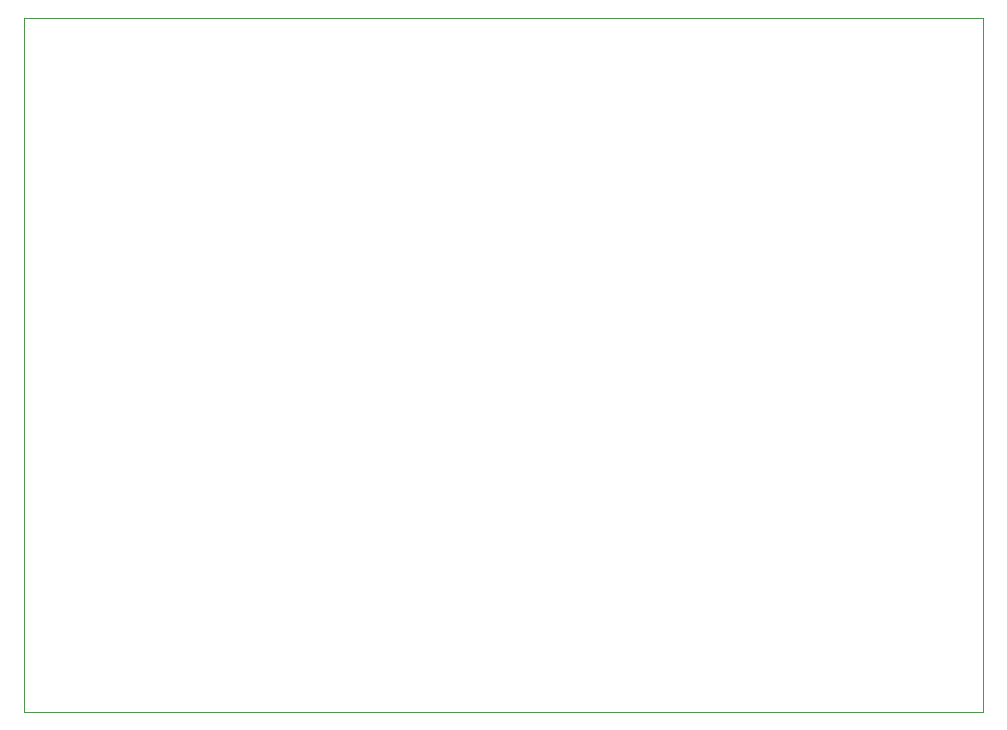
<source format=gbr>
%TF.GenerationSoftware,KiCad,Pcbnew,6.0.6-3a73a75311~116~ubuntu20.04.1*%
%TF.CreationDate,2022-09-22T10:05:32+01:00*%
%TF.ProjectId,UFOMothership,55464f4d-6f74-4686-9572-736869702e6b,rev?*%
%TF.SameCoordinates,Original*%
%TF.FileFunction,Profile,NP*%
%FSLAX46Y46*%
G04 Gerber Fmt 4.6, Leading zero omitted, Abs format (unit mm)*
G04 Created by KiCad (PCBNEW 6.0.6-3a73a75311~116~ubuntu20.04.1) date 2022-09-22 10:05:32*
%MOMM*%
%LPD*%
G01*
G04 APERTURE LIST*
%TA.AperFunction,Profile*%
%ADD10C,0.050000*%
%TD*%
G04 APERTURE END LIST*
D10*
X128600000Y-52900000D02*
X209800000Y-52900000D01*
X209800000Y-52900000D02*
X209800000Y-111700000D01*
X209800000Y-111700000D02*
X128600000Y-111700000D01*
X128600000Y-111700000D02*
X128600000Y-52900000D01*
M02*

</source>
